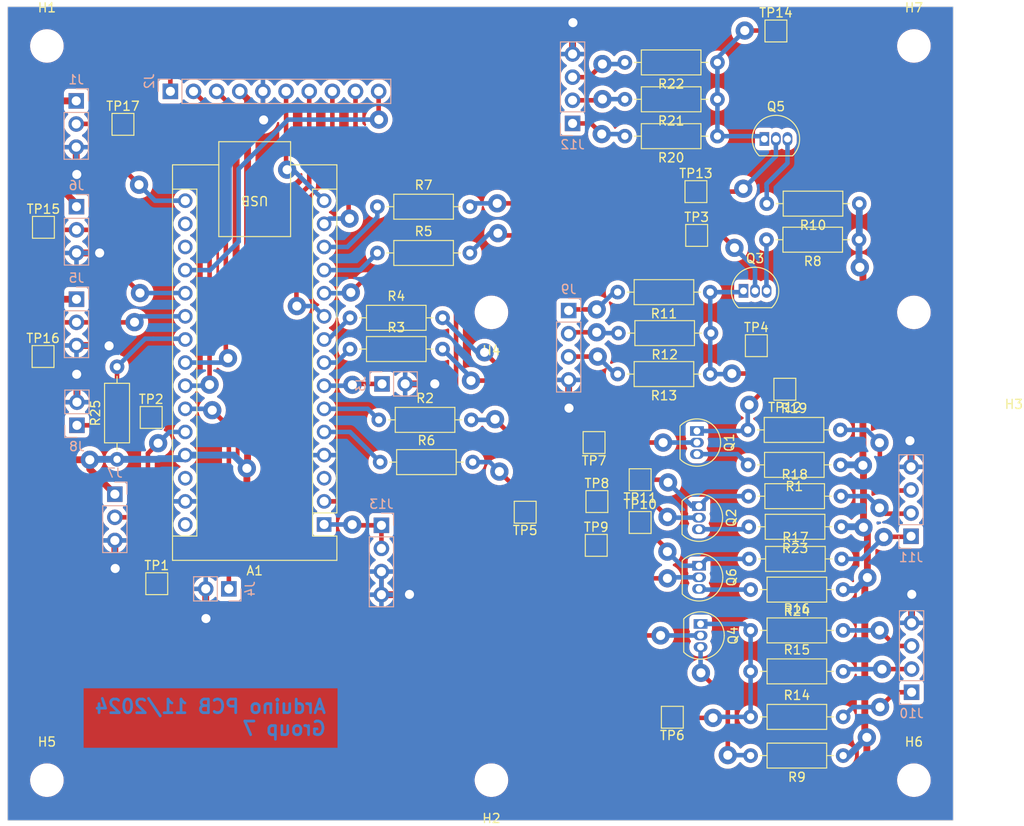
<source format=kicad_pcb>
(kicad_pcb (version 20240108) (generator "pcbnew") (generator_version "8.0")
  (layers (0 "F.Cu" signal) (31 "B.Cu" signal) (34 "B.Paste" user) (35 "F.Paste" user) (36 "B.SilkS" user "B.Silkscreen") (37 "F.SilkS" user "F.Silkscreen") (38 "B.Mask" user) (39 "F.Mask" user) (44 "Edge.Cuts" user))
  (net 0 "")
  (net 1 "Net-(A1-D4)")
  (net 2 "red led room 3")
  (net 3 "green led room 3")
  (net 4 "Net-(A1-A7)")
  (net 6 "Net-(A1-A2)")
  (net 7 "led room 2")
  (net 8 "led room 1")
  (net 10 "blue led room 3")
  (net 11 "+5V")
  (net 12 "control panel pot")
  (net 13 "lcd SCL")
  (net 14 "Net-(A1-A6)")
  (net 15 "Net-(A1-A3)")
  (net 16 "button sleep")
  (net 17 "Net-(A1-D13)")
  (net 18 "Net-(A1-D0)")
  (net 19 "button ok")
  (net 20 "Net-(A1-A1)")
  (net 21 "button up")
  (net 22 "GND")
  (net 24 "lcd SDA")
  (net 26 "button back")
  (net 27 "led door")
  (net 28 "button down")
  (net 29 "Net-(J9-Pin_1)")
  (net 30 "Net-(J9-Pin_3)")
  (net 31 "Net-(J9-Pin_2)")
  (net 32 "Net-(J10-Pin_2)")
  (net 33 "Net-(J10-Pin_1)")
  (net 34 "Net-(J10-Pin_3)")
  (net 35 "Net-(J11-Pin_1)")
  (net 36 "Net-(J11-Pin_2)")
  (net 37 "Net-(J11-Pin_3)")
  (net 38 "Net-(J12-Pin_1)")
  (net 39 "Net-(J12-Pin_3)")
  (net 40 "Net-(J12-Pin_2)")
  (net 41 "Net-(Q1-B)")
  (net 42 "Net-(Q1-C)")
  (net 43 "Net-(Q1-E)")
  (net 44 "Net-(Q2-B)")
  (net 45 "Net-(Q2-E)")
  (net 46 "Net-(Q2-C)")
  (net 47 "Net-(Q3-E)")
  (net 48 "Net-(Q3-C)")
  (net 49 "Net-(Q3-B)")
  (net 50 "Net-(Q4-C)")
  (net 51 "Net-(Q4-B)")
  (net 52 "Net-(Q4-E)")
  (net 53 "Net-(Q5-C)")
  (net 54 "Net-(Q5-B)")
  (net 55 "Net-(Q5-E)")
  (net 56 "Net-(Q6-C)")
  (net 57 "Net-(Q6-B)")
  (net 58 "Net-(Q6-E)")
  (footprint "TestPoint:TestPoint_Pad_2.0x2.0mm" (layer "F.Cu") (at 88.59 70.61 180)
    (property "Reference" "TP11")
    (property "Value" "TestPoint")
  )
  (footprint "TestPoint:TestPoint_Pad_2.0x2.0mm" (layer "F.Cu") (at 35.53 82.03)
    (property "Reference" "TP1")
    (property "Value" "TestPoint")
  )
  (footprint "Resistor_THT:R_Axial_DIN0207_L6.3mm_D2.5mm_P10.16mm_Horizontal" (layer "F.Cu") (at 100.71 91.66)
    (property "Reference" "R15")
    (property "Value" "450")
  )
  (footprint "MountingHole:MountingHole_3.2mm_M3" (layer "F.Cu") (at 23.473351 22.973351)
    (property "Reference" "H1")
    (property "Value" "MountingHole")
  )
  (footprint "Resistor_THT:R_Axial_DIN0207_L6.3mm_D2.5mm_P10.16mm_Horizontal" (layer "F.Cu") (at 100.4 65.14)
    (property "Reference" "R19")
    (property "Value" "220")
  )
  (footprint "Resistor_THT:R_Axial_DIN0207_L6.3mm_D2.5mm_P10.16mm_Horizontal" (layer "F.Cu") (at 112.61 44.25 180)
    (property "Reference" "R8")
    (property "Value" "80")
  )
  (footprint "Module:Arduino_Nano" (layer "F.Cu") (at 53.9 75.5275 180)
    (property "Reference" "A1")
    (property "Value" "Arduino_Nano_Every")
  )
  (footprint "Resistor_THT:R_Axial_DIN0207_L6.3mm_D2.5mm_P10.16mm_Horizontal" (layer "F.Cu") (at 59.74 45.7075)
    (property "Reference" "R5")
    (property "Value" "1k")
  )
  (footprint "TestPoint:TestPoint_Pad_2.0x2.0mm" (layer "F.Cu") (at 101.34 55.89)
    (property "Reference" "TP4")
    (property "Value" "TestPoint")
  )
  (footprint "Resistor_THT:R_Axial_DIN0207_L6.3mm_D2.5mm_P10.16mm_Horizontal" (layer "F.Cu") (at 112.64 40.29 180)
    (property "Reference" "R10")
    (property "Value" "80")
  )
  (footprint "Resistor_THT:R_Axial_DIN0207_L6.3mm_D2.5mm_P10.16mm_Horizontal" (layer "F.Cu") (at 100.71 96.66)
    (property "Reference" "R14")
    (property "Value" "650")
  )
  (footprint "Package_TO_SOT_THT:TO-92_Inline" (layer "F.Cu") (at 95.04 73.51 -90)
    (property "Reference" "Q2")
    (property "Value" "BC557")
  )
  (footprint "Resistor_THT:R_Axial_DIN0207_L6.3mm_D2.5mm_P10.16mm_Horizontal" (layer "F.Cu") (at 110.67 75.78 180)
    (property "Reference" "R23")
    (property "Value" "80")
  )
  (footprint "Resistor_THT:R_Axial_DIN0207_L6.3mm_D2.5mm_P10.16mm_Horizontal" (layer "F.Cu") (at 31.17 68.37 90)
    (property "Reference" "R25")
    (property "Value" "R")
  )
  (footprint "Package_TO_SOT_THT:TO-92_Inline" (layer "F.Cu") (at 102.22 33.19)
    (property "Reference" "Q5")
    (property "Value" "BC557")
  )
  (footprint "MountingHole:MountingHole_3.2mm_M3" (layer "F.Cu") (at 72.263351 52.233351 180)
    (property "Reference" "H4")
    (property "Value" "MountingHole")
  )
  (footprint "Package_TO_SOT_THT:TO-92_Inline" (layer "F.Cu") (at 99.93 49.87)
    (property "Reference" "Q3")
    (property "Value" "BC557")
  )
  (footprint "TestPoint:TestPoint_Pad_2.0x2.0mm" (layer "F.Cu") (at 34.92 63.77)
    (property "Reference" "TP2")
    (property "Value" "TestPoint")
  )
  (footprint "TestPoint:TestPoint_Pad_2.0x2.0mm" (layer "F.Cu") (at 94.79 43.78)
    (property "Reference" "TP3")
    (property "Value" "TestPoint")
  )
  (footprint "Resistor_THT:R_Axial_DIN0207_L6.3mm_D2.5mm_P10.16mm_Horizontal" (layer "F.Cu") (at 97.07 28.83 180)
    (property "Reference" "R21")
    (property "Value" "450")
  )
  (footprint "Resistor_THT:R_Axial_DIN0207_L6.3mm_D2.5mm_P10.16mm_Horizontal" (layer "F.Cu") (at 56.74 52.83)
    (property "Reference" "R4")
    (property "Value" "82k")
  )
  (footprint "TestPoint:TestPoint_Pad_2.0x2.0mm" (layer "F.Cu") (at 83.53 66.53 180)
    (property "Reference" "TP7")
    (property "Value" "TestPoint")
  )
  (footprint "TestPoint:TestPoint_Pad_2.0x2.0mm" (layer "F.Cu") (at 31.82 31.58)
    (property "Reference" "TP17")
    (property "Value" "TestPoint")
  )
  (footprint "Resistor_THT:R_Axial_DIN0207_L6.3mm_D2.5mm_P10.16mm_Horizontal" (layer "F.Cu") (at 96.28 50.01 180)
    (property "Reference" "R11")
    (property "Value" "650")
  )
  (footprint "TestPoint:TestPoint_Pad_2.0x2.0mm" (layer "F.Cu") (at 23.05 57.08)
    (property "Reference" "TP16")
    (property "Value" "TestPoint")
  )
  (footprint "Resistor_THT:R_Axial_DIN0207_L6.3mm_D2.5mm_P10.16mm_Horizontal" (layer "F.Cu") (at 97.07 24.78 180)
    (property "Reference" "R22")
    (property "Value" "450")
  )
  (footprint "TestPoint:TestPoint_Pad_2.0x2.0mm" (layer "F.Cu") (at 75.97 74.18 180)
    (property "Reference" "TP5")
    (property "Value" "TestPoint")
  )
  (footprint "Resistor_THT:R_Axial_DIN0207_L6.3mm_D2.5mm_P10.16mm_Horizontal" (layer "F.Cu") (at 59.74 40.6275)
    (property "Reference" "R7")
    (property "Value" "1k")
  )
  (footprint "Resistor_THT:R_Axial_DIN0207_L6.3mm_D2.5mm_P10.16mm_Horizontal" (layer "F.Cu") (at 110.59 68.98 180)
    (property "Reference" "R1")
    (property "Value" "80")
  )
  (footprint "Package_TO_SOT_THT:TO-92_Inline" (layer "F.Cu") (at 94.82 65.26 -90)
    (property "Reference" "Q1")
    (property "Value" "BC557")
  )
  (footprint "MountingHole:MountingHole_3.2mm_M3" (layer "F.Cu") (at 118.636649 103.606649)
    (property "Reference" "H6")
    (property "Value" "MountingHole")
  )
  (footprint "Resistor_THT:R_Axial_DIN0207_L6.3mm_D2.5mm_P10.16mm_Horizontal" (layer "F.Cu") (at 59.9 64.0375)
    (property "Reference" "R2")
    (property "Value" "82k")
  )
  (footprint "Resistor_THT:R_Axial_DIN0207_L6.3mm_D2.5mm_P10.16mm_Horizontal" (layer "F.Cu") (at 100.47 72.42)
    (property "Reference" "R18")
    (property "Value" "220")
  )
  (footprint "Resistor_THT:R_Axial_DIN0207_L6.3mm_D2.5mm_P10.16mm_Horizontal" (layer "F.Cu") (at 97.07 32.88 180)
    (property "Reference" "R20")
    (property "Value" "650")
  )
  (footprint "Resistor_THT:R_Axial_DIN0207_L6.3mm_D2.5mm_P10.16mm_Horizontal" (layer "F.Cu") (at 60.05 68.6775)
    (property "Reference" "R6")
    (property "Value" "1k")
  )
  (footprint "TestPoint:TestPoint_Pad_2.0x2.0mm" (layer "F.Cu") (at 88.59 75.31)
    (property "Reference" "TP10")
    (property "Value" "TestPoint")
  )
  (footprint "Package_TO_SOT_THT:TO-92_Inline" (layer "F.Cu") (at 95.22 86.45 -90)
    (property "Reference" "Q4")
    (property "Value" "BC557")
  )
  (footprint "Resistor_THT:R_Axial_DIN0207_L6.3mm_D2.5mm_P10.16mm_Horizontal" (layer "F.Cu") (at 96.28 59.01 180)
    (property "Reference" "R13")
    (property "Value" "450")
  )
  (footprint "MountingHole:MountingHole_3.2mm_M3" (layer "F.Cu") (at 118.636649 22.973351)
    (property "Reference" "H7")
    (property "Value" "MountingHole")
  )
  (footprint "Resistor_THT:R_Axial_DIN0207_L6.3mm_D2.5mm_P10.16mm_Horizontal" (layer "F.Cu") (at 56.74 56.26)
    (property "Reference" "R3")
    (property "Value" "82k")
  )
  (footprint "TestPoint:TestPoint_Pad_2.0x2.0mm" (layer "F.Cu") (at 92.12 96.7 180)
    (property "Reference" "TP6")
    (property "Value" "TestPoint")
  )
  (footprint "MountingHole:MountingHole_3.2mm_M3" (layer "F.Cu") (at 118.636649 52.233352 180)
    (property "Reference" "H3")
    (property "Value" "MountingHole")
  )
  (footprint "TestPoint:TestPoint_Pad_2.0x2.0mm" (layer "F.Cu") (at 83.84 73.01)
    (property "Reference" "TP8")
    (property "Value" "TestPoint")
  )
  (footprint "Package_TO_SOT_THT:TO-92_Inline" (layer "F.Cu") (at 95.06 80.06 -90)
    (property "Reference" "Q6")
    (property "Value" "BC557")
  )
  (footprint "MountingHole:MountingHole_3.2mm_M3" (layer "F.Cu") (at 72.263351 103.606649 180)
    (property "Reference" "H2")
    (property "Value" "MountingHole")
  )
  (footprint "MountingHole:MountingHole_3.2mm_M3" (layer "F.Cu") (at 23.473351 103.606649)
    (property "Reference" "H5")
    (property "Value" "MountingHole")
  )
  (footprint "TestPoint:TestPoint_Pad_2.0x2.0mm" (layer "F.Cu") (at 83.77 77.82)
    (property "Reference" "TP9")
    (property "Value" "TestPoint")
  )
  (footprint "TestPoint:TestPoint_Pad_2.0x2.0mm" (layer "F.Cu") (at 104.47 60.67 180)
    (property "Reference" "TP12")
    (property "Value" "TestPoint")
  )
  (footprint "Resistor_THT:R_Axial_DIN0207_L6.3mm_D2.5mm_P10.16mm_Horizontal" (layer "F.Cu") (at 110.87 100.91 180)
    (property "Reference" "R9")
    (property "Value" "80")
  )
  (footprint "TestPoint:TestPoint_Pad_2.0x2.0mm" (layer "F.Cu") (at 103.49 21.33)
    (property "Reference" "TP14")
    (property "Value" "TestPoint")
  )
  (footprint "TestPoint:TestPoint_Pad_2.0x2.0mm" (layer "F.Cu") (at 23.09 42.89)
    (property "Reference" "TP15")
    (property "Value" "TestPoint")
  )
  (footprint "TestPoint:TestPoint_Pad_2.0x2.0mm" (layer "F.Cu") (at 94.71 38.97)
    (property "Reference" "TP13")
    (property "Value" "TestPoint")
  )
  (footprint "Resistor_THT:R_Axial_DIN0207_L6.3mm_D2.5mm_P10.16mm_Horizontal" (layer "F.Cu") (at 100.55 79.31)
    (property "Reference" "R17")
    (property "Value" "330")
  )
  (footprint "Resistor_THT:R_Axial_DIN0207_L6.3mm_D2.5mm_P10.16mm_Horizontal" (layer "F.Cu") (at 96.36 54.51 180)
    (property "Reference" "R12")
    (property "Value" "450")
  )
  (footprint "Resistor_THT:R_Axial_DIN0207_L6.3mm_D2.5mm_P10.16mm_Horizontal" (layer "F.Cu") (at 110.87 82.68 180)
    (property "Reference" "R24")
    (property "Value" "80")
  )
  (footprint "Resistor_THT:R_Axial_DIN0207_L6.3mm_D2.5mm_P10.16mm_Horizontal" (layer "F.Cu") (at 100.71 87.16)
    (property "Reference" "R16")
    (property "Value" "450")
  )
  (footprint "Connector_PinHeader_2.54mm:PinHeader_1x04_P2.54mm_Vertical" (layer "B.Cu") (at 118.32 76.82)
    (property "Reference" "J11")
    (property "Value" "LED_Room_3")
  )
  (footprint "Connector_PinHeader_2.54mm:PinHeader_1x04_P2.54mm_Vertical" (layer "B.Cu") (at 60.19 75.6175 180)
    (property "Reference" "J13")
    (property "Value" "Buttons_Room_2")
  )
  (footprint "Connector_PinHeader_2.54mm:PinHeader_1x03_P2.54mm_Vertical" (layer "B.Cu") (at 30.93 72.2 180)
    (property "Reference" "J7")
    (property "Value" "Pot_Room_3.2")
  )
  (footprint "Connector_PinHeader_2.54mm:PinHeader_1x04_P2.54mm_Vertical" (layer "B.Cu") (at 118.38 93.95)
    (property "Reference" "J10")
    (property "Value" "LED_Room_2")
  )
  (footprint "Connector_PinHeader_2.54mm:PinHeader_1x04_P2.54mm_Vertical" (layer "B.Cu") (at 81.17 31.48)
    (property "Reference" "J12")
    (property "Value" "LED_DOOR")
  )
  (footprint "Connector_PinHeader_2.54mm:PinHeader_1x10_P2.54mm_Vertical" (layer "B.Cu") (at 37.025 27.96 -90)
    (property "Reference" "J2")
    (property "Value" "Control_Panel")
  )
  (footprint "Connector_PinHeader_2.54mm:PinHeader_1x02_P2.54mm_Vertical" (layer "B.Cu") (at 60.255 60.0875 -90)
    (property "Reference" "J3")
    (property "Value" "Buttons_Room_3")
  )
  (footprint "Connector_PinHeader_2.54mm:PinHeader_1x03_P2.54mm_Vertical" (layer "B.Cu") (at 26.72 50.7875 180)
    (property "Reference" "J5")
    (property "Value" "Pot_Room_3.1")
  )
  (footprint "Connector_PinHeader_2.54mm:PinHeader_1x02_P2.54mm_Vertical" (layer "B.Cu") (at 26.77 64.635)
    (property "Reference" "J8")
    (property "Value" "LDR_Door")
  )
  (footprint "Connector_PinHeader_2.54mm:PinHeader_1x02_P2.54mm_Vertical" (layer "B.Cu") (at 43.445 82.5975 90)
    (property "Reference" "J4")
    (property "Value" "Buttons_Room_1")
  )
  (footprint "Connector_PinHeader_2.54mm:PinHeader_1x03_P2.54mm_Vertical" (layer "B.Cu") (at 26.69 29.005 180)
    (property "Reference" "J1")
    (property "Value" "PIR_sensor")
  )
  (footprint "Connector_PinHeader_2.54mm:PinHeader_1x03_P2.54mm_Vertical" (layer "B.Cu") (at 26.72 40.6275 180)
    (property "Reference" "J6")
    (property "Value" "Pot_Room_1")
  )
  (footprint "Connector_PinHeader_2.54mm:PinHeader_1x04_P2.54mm_Vertical" (layer "B.Cu") (at 80.74 52.03 180)
    (property "Reference" "J9")
    (property "Value" "LED_Room_1")
  )
  (gr_rect (start 19.16 18.66) (end 122.95 108.03) (stroke (width 0.05)) (fill none) (layer "Edge.Cuts"))
  (gr_text "7" (at 82.7 64.34 0) (layer "F.Cu") (effects (font (size 1.5 1.5) (thickness 0.3) (bold yes)) (justify left bottom)))
  (gr_text "11" (at 86.99 69.06 0) (layer "F.Cu") (effects (font (size 1.5 1.5) (thickness 0.3) (bold yes)) (justify left bottom)))
  (gr_text "8" (at 82.94 71.07 0) (layer "F.Cu") (effects (font (size 1.5 1.5) (thickness 0.3) (bold yes)) (justify left bottom)))
  (gr_text "5V" (at 43.2 25.97 0) (layer "F.Cu") (effects (font (size 1.2 1.2) (thickness 0.3) (bold yes)) (justify left bottom)))
  (gr_text "10" (at 86.96 78.8 0) (layer "F.Cu") (effects (font (size 1.5 1.5) (thickness 0.3) (bold yes)) (justify left bottom)))
  (gr_text "3" (at 94.04 47.58 0) (layer "F.Cu") (effects (font (size 1.5 1.5) (thickness 0.3) (bold yes)) (justify left bottom)))
  (gr_text "14" (at 105.01 22.22 0) (layer "F.Cu") (effects (font (size 1.5 1.5) (thickness 0.3) (bold yes)) (justify left bottom)))
  (gr_text "15" (at 21.43 40.93 0) (layer "F.Cu") (effects (font (size 1.5 1.5) (thickness 0.3) (bold yes)) (justify left bottom)))
  (gr_text "5" (at 75.22 78.64 0) (layer "F.Cu") (effects (font (size 1.5 1.5) (thickness 0.3) (bold yes)) (justify left bottom)))
  (gr_text "4" (at 103.03 56.84 0) (layer "F.Cu") (effects (font (size 1.5 1.5) (thickness 0.3) (bold yes)) (justify left bottom)))
  (gr_text "17" (at 30.32 29.6 0) (layer "F.Cu") (effects (font (size 1.5 1.5) (thickness 0.3) (bold yes)) (justify left bottom)))
  (gr_text "Semester Project Smarthome" (at 28.35 104.87 0) (layer "F.Cu") (effects (font (size 1.5 1.5) (thickness 0.3) (bold yes)) (justify left bottom)))
  (gr_text "1" (at 32.06 83.26 0) (layer "F.Cu") (effects (font (size 1.5 1.5) (thickness 0.3) (bold yes)) (justify left bottom)))
  (gr_text "16" (at 21.34 60.77 0) (layer "F.Cu") (effects (font (size 1.5 1.5) (thickness 0.3) (bold yes)) (justify left bottom)))
  (gr_text "6" (at 91.16 100.78 0) (layer "F.Cu") (effects (font (size 1.5 1.5) (thickness 0.3) (bold yes)) (justify left bottom)))
  (gr_text "2" (at 34.11 61.74 0) (layer "F.Cu") (effects (font (size 1.5 1.5) (thickness 0.3) (bold yes)) (justify left bottom)))
  (gr_text "GND" (at 45.42 26.01 0) (layer "F.Cu") (effects (font (size 1.2 1.2) (thickness 0.3) (bold yes)) (justify left bottom)))
  (gr_text "9" (at 82.94 81.56 0) (layer "F.Cu") (effects (font (size 1.5 1.5) (thickness 0.3) (bold yes)) (justify left bottom)))
  (gr_text "12" (at 106.12 61.57 0) (layer "F.Cu") (effects (font (size 1.5 1.5) (thickness 0.3) (bold yes)) (justify left bottom)))
  (gr_text "13" (at 93.08 36.9 0) (layer "F.Cu") (effects (font (size 1.5 1.5) (thickness 0.3) (bold yes)) (justify left bottom)))
  (gr_text_box "Arduino PCB 11/2024\nGroup 7" (start 27.505 93.52) (end 55.375 100.05) (layer "B.Cu") (effects (font (size 1.5 1.5) (thickness 0.3) (bold yes)) (justify left top mirror)) (border no) (stroke (width 0.2)))
  (segment (start 57.1 60.0875) (end 57 60.1875) (width 0.5) (layer "F.Cu") (net 1))
  (segment (start 60.155 60.1875) (end 60.255 60.0875) (width 0.5) (layer "F.Cu") (net 1))
  (segment (start 60.255 60.0875) (end 57.1 60.0875) (width 0.5) (layer "F.Cu") (net 1))
  (via (at 57 60.1875) (size 2) (drill 1) (layers "F.Cu" "B.Cu") (net 1))
  (segment (start 56.9 60.2875) (end 57 60.1875) (width 0.5) (layer "B.Cu") (net 1))
  (segment (start 54.095 60.0925) (end 53.9 60.2875) (width 0.2) (layer "B.Cu") (net 1))
  (segment (start 53.9 60.2875) (end 56.9 60.2875) (width 0.5) (layer "B.Cu") (net 1))
  (segment (start 58.69 62.8275) (end 59.9 64.0375) (width 0.5) (layer "B.Cu") (net 2))
  (segment (start 53.9 62.8275) (end 58.69 62.8275) (width 0.5) (layer "B.Cu") (net 2))
  (segment (start 53.9 57.7475) (end 55.2525 57.7475) (width 0.5) (layer "B.Cu") (net 3))
  (segment (start 55.2525 57.7475) (end 56.74 56.26) (width 0.5) (layer "B.Cu") (net 3))
  (segment (start 32.62 74.74) (end 30.93 74.74) (width 0.5) (layer "F.Cu") (net 4))
  (segment (start 35.68 66.6) (end 34.56 67.72) (width 0.5) (layer "F.Cu") (net 4))
  (segment (start 34.56 67.72) (end 34.56 72.8) (width 0.5) (layer "F.Cu") (net 4))
  (segment (start 34.56 72.8) (end 33.655 73.705) (width 0.5) (layer "F.Cu") (net 4))
  (segment (start 33.655 73.705) (end 32.62 74.74) (width 0.5) (layer "F.Cu") (net 4))
  (segment (start 35.53 75.58) (end 33.655 73.705) (width 0.5) (layer "F.Cu") (net 4))
  (segment (start 35.53 82.03) (end 35.53 75.58) (width 0.5) (layer "F.Cu") (net 4))
  (via (at 35.68 66.6) (size 2) (drill 1) (layers "F.Cu" "B.Cu") (net 4))
  (segment (start 36.9125 65.3675) (end 35.68 66.6) (width 0.5) (layer "B.Cu") (net 4))
  (segment (start 38.66 65.3675) (end 36.9125 65.3675) (width 0.5) (layer "B.Cu") (net 4))
  (segment (start 23.05 57.08) (end 23.05 53.71) (width 0.5) (layer "F.Cu") (net 6))
  (segment (start 23.4325 53.3275) (end 26.72 53.3275) (width 0.5) (layer "F.Cu") (net 6))
  (segment (start 33.07 53.3275) (end 33.09 53.3075) (width 0.5) (layer "F.Cu") (net 6))
  (segment (start 23.05 53.71) (end 23.4325 53.3275) (width 0.5) (layer "F.Cu") (net 6))
  (segment (start 26.72 53.3275) (end 33.07 53.3275) (width 0.5) (layer "F.Cu") (net 6))
  (via (at 33.09 53.3075) (size 2) (drill 1) (layers "F.Cu" "B.Cu") (net 6))
  (segment (start 33.73 52.6675) (end 38.66 52.6675) (width 0.5) (layer "B.Cu") (net 6))
  (segment (start 33.09 53.3075) (end 33.73 52.6675) (width 0.5) (layer "B.Cu") (net 6))
  (segment (start 53.9 65.3675) (end 56.74 65.3675) (width 0.5) (layer "B.Cu") (net 7))
  (segment (start 56.74 65.3675) (end 60.05 68.6775) (width 0.5) (layer "B.Cu") (net 7))
  (segment (start 53.9 47.5875) (end 57.86 47.5875) (width 0.5) (layer "B.Cu") (net 8))
  (segment (start 57.86 47.5875) (end 59.74 45.7075) (width 0.5) (layer "B.Cu") (net 8))
  (segment (start 53.9 55.2075) (end 54.3625 55.2075) (width 0.5) (layer "B.Cu") (net 10))
  (segment (start 54.3625 55.2075) (end 56.74 52.83) (width 0.5) (layer "B.Cu") (net 10))
  (segment (start 113.47 98.91) (end 113.245 98.685) (width 0.75) (layer "F.Cu") (net 11))
  (segment (start 113.04 47.62) (end 112.7 47.28) (width 0.75) (layer "F.Cu") (net 11))
  (segment (start 23.33 36.94) (end 22.33 36.94) (width 0.75) (layer "F.Cu") (net 11))
  (segment (start 24.53 29.005) (end 26.69 29.005) (width 0.75) (layer "F.Cu") (net 11))
  (segment (start 44.645 27.96) (end 45.495 28.81) (width 0.75) (layer "F.Cu") (net 11))
  (segment (start 28.18 68.42) (end 28.18 69.45) (width 0.75) (layer "F.Cu") (net 11))
  (segment (start 28.18 69.45) (end 30.93 72.2) (width 0.75) (layer "F.Cu") (net 11))
  (segment (start 113.53 76.27) (end 113.1 75.84) (width 0.75) (layer "F.Cu") (net 11))
  (segment (start 113.245 81.645) (end 113.53 81.36) (width 0.75) (layer "F.Cu") (net 11))
  (segment (start 26.72 40.33) (end 23.5375 37.1475) (width 0.75) (layer "F.Cu") (net 11))
  (segment (start 20.48 38.79) (end 20.48 50.78) (width 0.75) (layer "F.Cu") (net 11))
  (segment (start 20.4875 50.7875) (end 20.48 50.78) (width 0.75) (layer "F.Cu") (net 11))
  (segment (start 23.5375 37.1475) (end 23.33 36.94) (width 0.75) (layer "F.Cu") (net 11))
  (segment (start 20.48 50.78) (end 20.48 52.35) (width 0.75) (layer "F.Cu") (net 11))
  (segment (start 56.5275 86.8675) (end 62.0475 86.8675) (width 0.75) (layer "F.Cu") (net 11))
  (segment (start 26.72 50.7875) (end 20.4875 50.7875) (width 0.75) (layer "F.Cu") (net 11))
  (segment (start 22.52 65.82) (end 22.52 63.98) (width 0.75) (layer "F.Cu") (net 11))
  (segment (start 20.48 52.35) (end 20.48 61.94) (width 0.75) (layer "F.Cu") (net 11))
  (segment (start 45.42 69.3575) (end 45.42 75.76) (width 0.75) (layer "F.Cu") (net 11))
  (segment (start 22.52 63.98) (end 21.9225 63.3825) (width 0.75) (layer "F.Cu") (net 11))
  (segment (start 23.33 36.94) (end 23.33 30.205) (width 0.75) (layer "F.Cu") (net 11))
  (segment (start 113.04 69.03) (end 113.04 47.62) (width 0.75) (layer "F.Cu") (net 11))
  (segment (start 62.0475 86.8675) (end 80.07 104.89) (width 0.75) (layer "F.Cu") (net 11))
  (segment (start 26.72 40.6275) (end 26.72 40.33) (width 0.75) (layer "F.Cu") (net 11))
  (segment (start 113.1 69.09) (end 113.04 69.03) (width 0.75) (layer "F.Cu") (net 11))
  (segment (start 113.245 98.685) (end 113.245 81.645) (width 0.75) (layer "F.Cu") (net 11))
  (segment (start 20.48 61.94) (end 21.9225 63.3825) (width 0.75) (layer "F.Cu") (net 11))
  (segment (start 113.47 103.61) (end 113.47 98.91) (width 0.75) (layer "F.Cu") (net 11))
  (segment (start 80.07 104.89) (end 112.19 104.89) (width 0.75) (layer "F.Cu") (net 11))
  (segment (start 45.495 28.81) (end 45.495 69.2825) (width 0.75) (layer "F.Cu") (net 11))
  (segment (start 22.33 36.94) (end 20.48 38.79) (width 0.75) (layer "F.Cu") (net 11))
  (segment (start 113.53 81.36) (end 113.53 76.27) (width 0.75) (layer "F.Cu") (net 11))
  (segment (start 28.18 68.42) (end 25.12 68.42) (width 0.75) (layer "F.Cu") (net 11))
  (segment (start 113.1 75.84) (end 113.1 69.09) (width 0.75) (layer "F.Cu") (net 11))
  (segment (start 45.495 69.2825) (end 45.42 69.3575) (width 0.75) (layer "F.Cu") (net 11))
  (segment (start 25.12 68.42) (end 22.52 65.82) (width 0.75) (layer "F.Cu") (net 11))
  (segment (start 23.33 30.205) (end 24.53 29.005) (width 0.75) (layer "F.Cu") (net 11))
  (segment (start 45.42 75.76) (end 56.5275 86.8675) (width 0.75) (layer "F.Cu") (net 11))
  (segment (start 112.19 104.89) (end 113.47 103.61) (width 0.75) (layer "F.Cu") (net 11))
  (via (at 45.42 69.3575) (size 2) (drill 1) (layers "F.Cu" "B.Cu") (net 11))
  (via (at 113.04 69.03) (size 2) (drill 1) (layers "F.Cu" "B.Cu") (net 11))
  (via (at 113.53 81.36) (size 2) (drill 1) (layers "F.Cu" "B.Cu") (net 11))
  (via (at 28.18 68.42) (size 2) (drill 1) (layers "F.Cu" "B.Cu") (net 11))
  (via (at 112.7 47.28) (size 2) (drill 1) (layers "F.Cu" "B.Cu") (net 11))
  (via (at 113.1 75.84) (size 2) (drill 1) (layers "F.Cu" "B.Cu") (net 11))
  (via (at 113.47 98.91) (size 2) (drill 1) (layers "F.Cu" "B.Cu") (net 11))
  (segment (start 112.99 68.98) (end 113.04 69.03) (width 0.75) (layer "B.Cu") (net 11))
  (segment (start 112.61 47.19) (end 112.7 47.28) (width 0.75) (layer "B.Cu") (net 11))
  (segment (start 38.27 68.2975) (end 38.66 67.9075) (width 0.75) (layer "B.Cu") (net 11))
  (segment (start 31.17 68.37) (end 28.23 68.37) (width 0.75) (layer "B.Cu") (net 11))
  (segment (start 111.47 100.91) (end 113.47 98.91) (width 0.75) (layer "B.Cu") (net 11))
  (segment (start 112.64 44.22) (end 112.61 44.25) (width 0.75) (layer "B.Cu") (net 11))
  (segment (start 28.23 68.37) (end 28.18 68.42) (width 0.75) (layer "B.Cu") (net 11))
  (segment (start 110.59 68.98) (end 112.99 68.98) (width 0.75) (layer "B.Cu") (net 11))
  (segment (start 110.87 100.91) (end 111.47 100.91) (width 0.75) (layer "B.Cu") (net 11))
  (segment (start 110.87 82.68) (end 112.21 82.68) (width 0.75) (layer "B.Cu") (net 11))
  (segment (start 113.04 75.78) (end 113.1 75.84) (width 0.75) (layer "B.Cu") (net 11))
  (segment (start 35.7075 68.37) (end 35.78 68.2975) (width 0.75) (layer "B.Cu") (net 11))
  (segment (start 43.97 67.9075) (end 45.42 69.3575) (width 0.75) (layer "B.Cu") (net 11))
  (segment (start 112.64 40.29) (end 112.64 44.22) (width 0.75) (layer "B.Cu") (net 11))
  (segment (start 110.67 75.78) (end 113.04 75.78) (width 0.75) (layer "B.Cu") (net 11))
  (segment (start 38.66 67.9075) (end 43.97 67.9075) (width 0.75) (layer "B.Cu") (net 11))
  (segment (start 112.61 44.25) (end 112.61 47.19) (width 0.75) (layer "B.Cu") (net 11))
  (segment (start 112.21 82.68) (end 113.53 81.36) (width 0.75) (layer "B.Cu") (net 11))
  (segment (start 35.78 68.2975) (end 38.27 68.2975) (width 0.75) (layer "B.Cu") (net 11))
  (segment (start 31.17 68.37) (end 35.7075 68.37) (width 0.75) (layer "B.Cu") (net 11))
  (segment (start 59.885 27.96) (end 59.885 31.035) (width 0.5) (layer "F.Cu") (net 12))
  (segment (start 59.885 31.035) (end 59.91 31.06) (width 0.5) (layer "F.Cu") (net 12))
  (via (at 59.91 31.06) (size 2) (drill 1) (layers "F.Cu" "B.Cu") (net 12))
  (segment (start 44.52 36.48) (end 44.52 44.46) (width 0.5) (layer "B.Cu") (net 12))
  (segment (start 41.3075 47.5875) (end 38.66 47.5875) (width 0.5) (layer "B.Cu") (net 12))
  (segment (start 59.91 31.06) (end 49.94 31.06) (width 0.5) (layer "B.Cu") (net 12))
  (segment (start 44.52 44.46) (end 41.35 47.63) (width 0.5) (layer "B.Cu") (net 12))
  (segment (start 49.94 31.06) (end 44.52 36.48) (width 0.5) (layer "B.Cu") (net 12))
  (segment (start 41.35 47.63) (end 41.3075 47.5875) (width 0.5) (layer "B.Cu") (net 12))
  (segment (start 41.33 29.725) (end 41.33 60.1675) (width 0.5) (layer "F.Cu") (net 13))
  (segment (start 39.565 27.96) (end 41.33 29.725) (width 0.5) (layer "F.Cu") (net 13))
  (via (at 41.33 60.1675) (size 2) (drill 1) (layers "F.Cu" "B.Cu") (net 13))
  (segment (start 38.66 60.2875) (end 41.21 60.2875) (width 0.5) (layer "B.Cu") (net 13))
  (segment (start 41.21 60.2875) (end 41.33 60.1675) (width 0.5) (layer "B.Cu") (net 13))
  (segment (start 41.62 62.9775) (end 43.445 64.8025) (width 0.5) (layer "F.Cu") (net 14))
  (segment (start 43.445 64.8025) (end 43.445 82.5975) (width 0.5) (layer "F.Cu") (net 14))
  (via (at 41.62 62.9775) (size 2) (drill 1) (layers "F.Cu" "B.Cu") (net 14))
  (segment (start 41.47 62.8275) (end 41.62 62.9775) (width 0.5) (layer "B.Cu") (net 14))
  (segment (start 38.66 62.8275) (end 41.47 62.8275) (width 0.5) (layer "B.Cu") (net 14))
  (segment (start 31.17 64.28) (end 31.2 64.31) (width 0.5) (layer "F.Cu") (net 15))
  (segment (start 31.2 64.31) (end 31.2 64.465) (width 0.5) (layer "F.Cu") (net 15))
  (segment (start 26.77 64.635) (end 31.03 64.635) (width 0.5) (layer "F.Cu") (net 15))
  (segment (start 31.03 64.635) (end 34.055 64.635) (width 0.5) (layer "F.Cu") (net 15))
  (segment (start 34.055 64.635) (end 34.92 63.77) (width 0.5) (layer "F.Cu") (net 15))
  (segment (start 31.2 64.465) (end 31.03 64.635) (width 0.5) (layer "F.Cu") (net 15))
  (segment (start 31.17 58.21) (end 31.17 64.28) (width 0.5) (layer "F.Cu") (net 15))
  (segment (start 38.58 55.1275) (end 38.66 55.2075) (width 0.5) (layer "B.Cu") (net 15))
  (segment (start 34.2525 55.1275) (end 35.15 55.1275) (width 0.5) (layer "B.Cu") (net 15))
  (segment (start 35.15 55.1275) (end 38.58 55.1275) (width 0.5) (layer "B.Cu") (net 15))
  (segment (start 31.17 58.21) (end 34.2525 55.1275) (width 0.5) (layer "B.Cu") (net 15))
  (segment (start 62.36 72.9875) (end 53.9 72.9875) (width 0.5) (layer "F.Cu") (net 16))
  (segment (start 68.38 66.9675) (end 62.36 72.9875) (width 0.5) (layer "F.Cu") (net 16))
  (segment (start 40.3925 21.7075) (end 61.735 21.7075) (width 0.5) (layer "F.Cu") (net 16))
  (segment (start 37.025 25.075) (end 40.3925 21.7075) (width 0.5) (layer "F.Cu") (net 16))
  (segment (start 37.025 27.96) (end 37.025 25.075) (width 0.5) (layer "F.Cu") (net 16))
  (segment (start 61.735 21.7075) (end 68.38 28.3525) (width 0.5) (layer "F.Cu") (net 16))
  (segment (start 68.38 28.3525) (end 68.38 66.9675) (width 0.5) (layer "F.Cu") (net 16))
  (segment (start 32.19 30.8575) (end 32.19 31.53) (width 0.5) (layer "F.Cu") (net 17))
  (segment (start 32.19 31.53) (end 26.705 31.53) (width 0.5) (layer "F.Cu") (net 17))
  (segment (start 31.82 36.4075) (end 31.82 31.58) (width 0.5) (layer "F.Cu") (net 17))
  (segment (start 26.705 31.53) (end 26.69 31.545) (width 0.5) (layer "F.Cu") (net 17))
  (segment (start 33.585 38.2125) (end 31.8 36.4275) (width 0.5) (layer "F.Cu") (net 17))
  (segment (start 31.8 36.4275) (end 31.82 36.4075) (width 0.5) (layer "F.Cu") (net 17))
  (via (at 33.585 38.2125) (size 2) (drill 1) (layers "F.Cu" "B.Cu") (net 17))
  (segment (start 33.585 38.2125) (end 35.34 39.9675) (width 0.5) (layer "B.Cu") (net 17))
  (segment (start 35.34 39.9675) (end 38.66 39.9675) (width 0.5) (layer "B.Cu") (net 17))
  (segment (start 60.19 75.6175) (end 57.07 75.6175) (width 0.5) (layer "F.Cu") (net 18))
  (segment (start 57.07 75.6175) (end 56.99 75.5375) (width 0.5) (layer "F.Cu") (net 18))
  (segment (start 54 75.5275) (end 53.9 75.5275) (width 0.2) (layer "F.Cu") (net 18))
  (segment (start 60.19 75.6175) (end 60.19 78.1575) (width 0.5) (layer "F.Cu") (net 18))
  (via (at 56.99 75.5375) (size 2) (drill 1) (layers "F.Cu" "B.Cu") (net 18))
  (segment (start 56.98 75.5275) (end 56.99 75.5375) (width 0.5) (layer "B.Cu") (net 18))
  (segment (start 53.91 75.5375) (end 53.9 75.5275) (width 0.5) (layer "B.Cu") (net 18))
  (segment (start 53.9 75.5275) (end 56.98 75.5275) (width 0.5) (layer "B.Cu") (net 18))
  (segment (start 56.59 41.83) (end 56.59 34.91) (width 0.5) (layer "F.Cu") (net 19))
  (segment (start 56.69 41.93) (end 56.59 41.83) (width 0.5) (layer "F.Cu") (net 19))
  (segment (start 54.805 33.125) (end 54.805 27.96) (width 0.5) (layer "F.Cu") (net 19))
  (segment (start 56.59 34.91) (end 54.805 33.125) (width 0.5) (layer "F.Cu") (net 19))
  (via (at 56.69 41.93) (size 2) (drill 1) (layers "F.Cu" "B.Cu") (net 19))
  (segment (start 56.69 41.93) (end 54.4775 41.93) (width 0.5) (layer "B.Cu") (net 19))
  (segment (start 54.4775 41.93) (end 53.9 42.5075) (width 0.5) (layer "B.Cu") (net 19))
  (segment (start 23.3675 43.1675) (end 26.72 43.1675) (width 0.5) (layer "F.Cu") (net 20))
  (segment (start 31.52 47.9375) (end 33.69 50.1075) (width 0.5) (layer "F.Cu") (net 20))
  (segment (start 26.72 43.1675) (end 30.24 43.1675) (width 0.5) (layer "F.Cu") (net 20))
  (segment (start 30.42 43.1675) (end 31.52 44.2675) (width 0.5) (layer "F.Cu") (net 20))
  (segment (start 31.52 44.2675) (end 31.52 47.9375) (width 0.5) (layer "F.Cu") (net 20))
  (segment (start 23.09 42.89) (end 23.3675 43.1675) (width 0.5) (layer "F.Cu") (net 20))
  (segment (start 30.24 43.1675) (end 30.42 43.1675) (width 0.5) (layer "F.Cu") (net 20))
  (via (at 33.69 50.1075) (size 2) (drill 1) (layers "F.Cu" "B.Cu") (net 20))
  (segment (start 33.69 50.1075) (end 38.64 50.1075) (width 0.5) (layer "B.Cu") (net 20))
  (segment (start 38.64 50.1075) (end 38.66 50.1275) (width 0.5) (layer "B.Cu") (net 20))
  (segment (start 52.265 38.275) (end 50.86 39.68) (width 0.5) (layer "F.Cu") (net 21))
  (segment (start 50.86 51.49) (end 50.91 51.54) (width 0.5) (layer "F.Cu") (net 21))
  (segment (start 50.86 39.68) (end 50.86 51.49) (width 0.5) (layer "F.Cu") (net 21))
  (segment (start 52.265 27.96) (end 52.265 38.275) (width 0.5) (layer "F.Cu") (net 21))
  (via (at 50.91 51.54) (size 2) (drill 1) (layers "F.Cu" "B.Cu") (net 21))
  (segment (start 50.91 51.54) (end 52.7725 51.54) (width 0.5) (layer "B.Cu") (net 21))
  (segment (start 52.7725 51.54) (end 53.9 52.6675) (width 0.5) (layer "B.Cu") (net 21))
  (segment (start 118.32 69.2) (end 118.32 66.45) (width 0.75) (layer "F.Cu") (net 22))
  (segment (start 118.38 86.33) (end 118.38 83.22) (width 0.75) (layer "F.Cu") (net 22))
  (segment (start 26.77 62.095) (end 26.77 59.06) (width 0.75) (layer "F.Cu") (net 22))
  (segment (start 81.17 20.45) (end 81.21 20.41) (width 0.75) (layer "F.Cu") (net 22))
  (segment (start 60.19 80.6975) (end 60.19 83.2375) (width 0.5) (layer "F.Cu") (net 22))
  (segment (start 118.32 66.45) (end 118.2 66.33) (width 0.75) (layer "F.Cu") (net 22))
  (segment (start 40.905 85.8325) (end 40.93 85.8575) (width 0.75) (layer "F.Cu") (net 22))
  (segment (start 30.93 77.28) (end 30.93 80.32) (width 0.75) (layer "F.Cu") (net 22))
  (segment (start 63.24 83.2375) (end 63.27 83.2075) (width 0.75) (layer "F.Cu") (net 22))
  (segment (start 80.74 62.71) (end 80.78 62.75) (width 0.75) (layer "F.Cu") (net 22))
  (segment (start 30.26 55.8675) (end 30.3 55.9075) (width 0.75) (layer "F.Cu") (net 22))
  (segment (start 26.69 37.025) (end 26.75 37.085) (width 0.75) (layer "F.Cu") (net 22))
  (segment (start 80.74 59.65) (end 80.74 62.71) (width 0.75) (layer "F.Cu") (net 22))
  (segment (start 62.8 60.0825) (end 62.795 60.0875) (width 0.2) (layer "F.Cu") (net 22))
  (segment (start 118.38 83.22) (end 118.4 83.2) (width 0.75) (layer "F.Cu") (net 22))
  (segment (start 26.77 59.06) (end 26.74 59.03) (width 0.75) (layer "F.Cu") (net 22))
  (segment (start 26.72 45.7075) (end 29.26 45.7075) (width 0.75) (layer "F.Cu") (net 22))
  (segment (start 26.72 55.8675) (end 30.26 55.8675) (width 0.75) (layer "F.Cu") (net 22))
  (segment (start 26.69 34.085) (end 26.69 37.025) (width 0.75) (layer "F.Cu") (net 22))
  (segment (start 47.185 27.96) (end 47.185 31.025) (width 0.5) (layer "F.Cu") (net 22))
  (segment (start 62.795 60.0875) (end 66.04 60.0875) (width 0.75) (layer "F.Cu") (net 22))
  (segment (start 40.905 82.5975) (end 40.905 85.8325) (width 0.75) (layer "F.Cu") (net 22))
  (segment (start 66.04 60.0875) (end 66.045 60.0825) (width 0.75) (layer "F.Cu") (net 22))
  (segment (start 47.185 31.025) (end 47.26 31.1) (width 0.5) (layer "F.Cu") (net 22))
  (segment (start 60.19 83.2375) (end 63.24 83.2375) (width 0.75) (layer "F.Cu") (net 22))
  (segment (start 30.93 80.32) (end 30.97 80.36) (width 0.75) (layer "F.Cu") (net 22))
  (segment (start 81.17 23.86) (end 81.17 20.45) (width 0.75) (layer "F.Cu") (net 22))
  (via (at 30.97 80.36) (size 2) (drill 1) (layers "F.Cu" "B.Cu") (net 22))
  (via (at 40.93 85.8575) (size 2) (drill 1) (layers "F.Cu" "B.Cu") (net 22))
  (via (at 47.26 31.1) (size 2) (drill 1) (layers "F.Cu" "B.Cu") (net 22))
  (via (at 66.045 60.0825) (size 2) (drill 1) (layers "F.Cu" "B.Cu") (net 22))
  (via (at 30.3 55.9075) (size 2) (drill 1) (layers "F.Cu" "B.Cu") (net 22))
  (via (at 26.75 37.085) (size 2) (drill 1) (layers "F.Cu" "B.Cu") (net 22))
  (via (at 29.26 45.7075) (size 2) (drill 1) (layers "F.Cu" "B.Cu") (net 22))
  (via (at 26.74 59.03) (size 2) (drill 1) (layers "F.Cu" "B.Cu") (net 22))
  (via (at 63.27 83.2075) (size 2) (drill 1) (layers "F.Cu" "B.Cu") (net 22))
  (via (at 81.21 20.41) (size 2) (drill 1) (layers "F.Cu" "B.Cu") (net 22))
  (via (at 118.2 66.33) (size 2) (drill 1) (layers "F.Cu" "B.Cu") (net 22))
  (via (at 118.4 83.2) (size 2) (drill 1) (layers "F.Cu" "B.Cu") (net 22))
  (via (at 80.78 62.75) (size 2) (drill 1) (layers "F.Cu" "B.Cu") (net 22))
  (segment (start 43.11 57.0275) (end 43.35 57.2675) (width 0.5) (layer "F.Cu") (net 24))
  (segment (start 42.105 27.96) (end 43.11 28.965) (width 0.5) (layer "F.Cu") (net 24))
  (segment (start 43.11 28.965) (end 43.11 57.0275) (width 0.5) (layer "F.Cu") (net 24))
  (via (at 43.35 57.2675) (size 2) (drill 1) (layers "F.Cu" "B.Cu") (net 24))
  (segment (start 38.66 57.7475) (end 42.87 57.7475) (width 0.5) (layer "B.Cu") (net 24))
  (segment (start 42.87 57.7475) (end 43.35 57.2675) (width 0.5) (layer "B.Cu") (net 24))
  (segment (start 49.725 36.445) (end 49.84 36.56) (width 0.5) (layer "F.Cu") (net 26))
  (segment (start 49.725 27.96) (end 49.725 36.445) (width 0.5) (layer "F.Cu") (net 26))
  (via (at 49.84 36.56) (size 2) (drill 1) (layers "F.Cu" "B.Cu") (net 26))
  (segment (start 53.91 39.9575) (end 53.9 39.9675) (width 0.5) (layer "B.Cu") (net 26))
  (segment (start 49.84 36.56) (end 50.4925 36.56) (width 0.5) (layer "B.Cu") (net 26))
  (segment (start 50.4925 36.56) (end 53.9 39.9675) (width 0.5) (layer "B.Cu") (net 26))
  (segment (start 56.45137 45.0475) (end 59.74 41.75887) (width 0.5) (layer "B.Cu") (net 27))
  (segment (start 59.74 41.75887) (end 59.74 40.6275) (width 0.5) (layer "B.Cu") (net 27))
  (segment (start 53.9 45.0475) (end 56.45137 45.0475) (width 0.5) (layer "B.Cu") (net 27))
  (segment (start 58.2975 48.58) (end 56.83 50.0475) (width 0.5) (layer "F.Cu") (net 28))
  (segment (start 57.345 31.835) (end 63.04 37.53) (width 0.5) (layer "F.Cu") (net 28))
  (segment (start 62.42 48.58) (end 58.2975 48.58) (width 0.5) (layer "F.Cu") (net 28))
  (segment (start 63.04 37.53) (end 63.04 47.96) (width 0.5) (layer "F.Cu") (net 28))
  (segment (start 57.345 27.96) (end 57.345 31.835) (width 0.5) (layer "F.Cu") (net 28))
  (segment (start 63.04 47.96) (end 62.42 48.58) (width 0.5) (layer "F.Cu") (net 28))
  (via (at 56.83 50.0475) (size 2) (drill 1) (layers "F.Cu" "B.Cu") (net 28))
  (segment (start 53.9 50.1275) (end 56.75 50.1275) (width 0.5) (layer "B.Cu") (net 28))
  (segment (start 56.75 50.1275) (end 56.83 50.0475) (width 0.5) (layer "B.Cu") (net 28))
  (segment (start 80.74 52.03) (end 81.65 52.03) (width 0.2) (layer "F.Cu") (net 29))
  (segment (start 83.82 51.91) (end 80.86 51.91) (width 0.5) (layer "F.Cu") (net 29))
  (via (at 83.82 51.91) (size 2) (drill 1) (layers "F.Cu" "B.Cu") (net 29))
  (segment (start 86.12 50.01) (end 85.72 50.01) (width 0.5) (layer "B.Cu") (net 29))
  (segment (start 85.72 50.01) (end 83.82 51.91) (width 0.5) (layer "B.Cu") (net 29))
  (segment (start 83.93 57.09) (end 80.76 57.09) (width 0.5) (layer "F.Cu") (net 30))
  (via (at 83.93 57.09) (size 2) (drill 1) (layers "F.Cu" "B.Cu") (net 30))
  (segment (start 86.12 59.01) (end 85.85 59.01) (width 0.5) (layer "B.Cu") (net 30))
  (segment (start 85.85 59.01) (end 83.93 57.09) (width 0.5) (layer "B.Cu") (net 30))
  (segment (start 83.82 54.42) (end 80.89 54.42) (width 0.5) (layer "F.Cu") (net 31))
  (via (at 83.82 54.42) (size 2) (drill 1) (layers "F.Cu" "B.Cu") (net 31))
  (segment (start 86.2 54.51) (end 83.91 54.51) (width 0.5) (layer "B.Cu") (net 31))
  (segment (start 83.91 54.51) (end 83.82 54.42) (width 0.5) (layer "B.Cu") (net 31))
  (segment (start 115.15 91.41) (end 115.14 91.42) (width 0.5) (layer "F.Cu") (net 32))
  (segment (start 118.38 91.41) (end 115.15 91.41) (width 0.5) (layer "F.Cu") (net 32))
  (via (at 115.14 91.42) (size 2) (drill 1) (layers "F.Cu" "B.Cu") (net 32))
  (segment (start 118.14 91.65) (end 118.38 91.41) (width 0.2) (layer "B.Cu") (net 32))
  (segment (start 115.14 91.42) (end 111.11 91.42) (width 0.5) (layer "B.Cu") (net 32))
  (segment (start 111.11 91.42) (end 110.87 91.66) (width 0.5) (layer "B.Cu") (net 32))
  (segment (start 118.38 93.95) (end 116.55 93.95) (width 0.5) (layer "F.Cu") (net 33))
  (segment (start 116.55 93.95) (end 114.92 95.58) (width 0.5) (layer "F.Cu") (net 33))
  (via (at 114.92 95.58) (size 2) (drill 1) (layers "F.Cu" "B.Cu") (net 33))
  (segment (start 114.92 95.58) (end 111.95 95.58) (width 0.5) (layer "B.Cu") (net 33))
  (segment (start 111.95 95.58) (end 110.87 96.66) (width 0.5) (layer "B.Cu") (net 33))
  (segment (start 118.38 88.87) (end 116.59 88.87) (width 0.5) (layer "F.Cu") (net 34))
  (segment (start 116.59 88.87) (end 114.87 87.15) (width 0.5) (layer "F.Cu") (net 34))
  (via (at 114.87 87.15) (size 2) (drill 1) (layers "F.Cu" "B.Cu") (net 34))
  (segment (start 114.87 87.15) (end 114.86 87.16) (width 0.5) (layer "B.Cu") (net 34))
  (segment (start 114.86 87.16) (end 110.87 87.16) (width 0.5) (layer "B.Cu") (net 34))
  (segment (start 118.26 76.88) (end 118.32 76.82) (width 0.5) (layer "F.Cu") (net 35))
  (segment (start 115.33 76.91) (end 115.36 76.88) (width 0.5) (layer "F.Cu") (net 35))
  (segment (start 115.36 76.88) (end 118.26 76.88) (width 0.5) (layer "F.Cu") (net 35))
  (via (at 115.33 76.91) (size 2) (drill 1) (layers "F.Cu" "B.Cu") (net 35))
  (segment (start 110.71 79.31) (end 112.93 79.31) (width 0.5) (layer "B.Cu") (net 35))
  (segment (start 112.93 79.31) (end 115.33 76.91) (width 0.5) (layer "B.Cu") (net 35))
  (segment (start 114.86 73.71) (end 115.49 74.34) (width 0.5) (layer "F.Cu") (net 36))
  (segment (start 118.26 74.34) (end 118.32 74.28) (width 0.5) (layer "F.Cu") (net 36))
  (segment (start 115.49 74.34) (end 118.26 74.34) (width 0.5) (layer "F.Cu") (net 36))
  (via (at 114.86 73.71) (size 2) (drill 1) (layers "F.Cu" "B.Cu") (net 36))
  (segment (start 110.63 72.42) (end 113.57 72.42) (width 0.5) (layer "B.Cu") (net 36))
  (segment (start 113.57 72.42) (end 114.86 73.71) (width 0.5) (layer "B.Cu") (net 36))
  (segment (start 114.9 66.59) (end 114.9 70.32) (width 0.5) (layer "F.Cu") (net 37))
  (segment (start 114.86 66.55) (end 114.9 66.59) (width 0.5) (layer "F.Cu") (net 37))
  (segment (start 114.9 70.32) (end 116.38 71.8) (width 0.5) (layer "F.Cu") (net 37))
  (segment (start 116.38 71.8) (end 118.26 71.8) (width 0.5) (layer "F.Cu") (net 37))
  (segment (start 118.26 71.8) (end 118.32 71.74) (width 0.5) (layer "F.Cu") (net 37))
  (via (at 114.86 66.55) (size 2) (drill 1) (layers "F.Cu" "B.Cu") (net 37))
  (segment (start 110.56 65.14) (end 113.45 65.14) (width 0.5) (layer "B.Cu") (net 37))
  (segment (start 113.45 65.14) (end 114.86 66.55) (width 0.5) (layer "B.Cu") (net 37))
  (segment (start 83.2 31.48) (end 84.37 32.65) (width 0.5) (layer "F.Cu") (net 38))
  (segment (start 81.17 31.48) (end 83.2 31.48) (width 0.5) (layer "F.Cu") (net 38))
  (via (at 84.37 32.65) (size 2) (drill 1) (layers "F.Cu" "B.Cu") (net 38))
  (segment (start 86.68 32.65) (end 86.91 32.88) (width 0.5) (layer "B.Cu") (net 38))
  (segment (start 84.37 32.65) (end 86.68 32.65) (width 0.5) (layer "B.Cu") (net 38))
  (segment (start 81.17 26.4) (end 83.01 26.4) (width 0.5) (layer "F.Cu") (net 39))
  (segment (start 83.01 26.4) (end 84.45 24.96) (width 0.5) (layer "F.Cu") (net 39))
  (via (at 84.45 24.96) (size 2) (drill 1) (layers "F.Cu" "B.Cu") (net 39))
  (segment (start 84.45 24.96) (end 86.73 24.96) (width 0.5) (layer "B.Cu") (net 39))
  (segment (start 86.73 24.96) (end 86.91 24.78) (width 0.5) (layer "B.Cu") (net 39))
  (segment (start 84.32 28.94) (end 84.45 28.81) (width 0.5) (layer "F.Cu") (net 40))
  (segment (start 81.17 28.94) (end 84.32 28.94) (width 0.5) (layer "F.Cu") (net 40))
  (via (at 84.45 28.81) (size 2) (drill 1) (layers "F.Cu" "B.Cu") (net 40))
  (segment (start 86.89 28.81) (end 86.91 28.83) (width 0.5) (layer "B.Cu") (net 40))
  (segment (start 84.45 28.81) (end 86.89 28.81) (width 0.5) (layer "B.Cu") (net 40))
  (segment (start 86.67 28.59) (end 86.91 28.83) (width 0.2) (layer "B.Cu") (net 40))
  (segment (start 81.42 66.53) (end 83.53 66.53) (width 0.5) (layer "F.Cu") (net 41))
  (segment (start 71.51 56.62) (end 81.42 66.53) (width 0.5) (layer "F.Cu") (net 41))
  (segment (start 71.44 56.62) (end 71.51 56.62) (width 0.5) (layer "F.Cu") (net 41))
  (segment (start 83.53 66.53) (end 91.11 66.53) (width 0.5) (layer "F.Cu") (net 41))
  (via (at 91.11 66.53) (size 2) (drill 1) (layers "F.Cu" "B.Cu") (net 41))
  (via (at 71.51 56.62) (size 2) (drill 1) (layers "F.Cu" "B.Cu") (net 41))
  (segment (start 94.82 66.53) (end 91.11 66.53) (width 0.5) (layer "B.Cu") (net 41))
  (segment (start 70.69 56.62) (end 71.44 56.62) (width 0.5) (layer "B.Cu") (net 41))
  (segment (start 66.9 52.83) (end 70.69 56.62) (width 0.5) (layer "B.Cu") (net 41))
  (segment (start 102.27 60.67) (end 100.56 62.38) (width 0.5) (layer "F.Cu") (net 42))
  (segment (start 104.47 60.67) (end 102.27 60.67) (width 0.5) (layer "F.Cu") (net 42))
  (via (at 100.56 62.38) (size 2) (drill 1) (layers "F.Cu" "B.Cu") (net 42))
  (segment (start 94.94 65.14) (end 94.82 65.26) (width 0.25) (layer "B.Cu") (net 42))
  (segment (start 100.4 62.54) (end 100.56 62.38) (width 0.5) (layer "B.Cu") (net 42))
  (segment (start 100.4 65.14) (end 100.4 62.54) (width 0.5) (layer "B.Cu") (net 42))
  (segment (start 94.82 65.26) (end 100.28 65.26) (width 0.5) (layer "B.Cu") (net 42))
  (segment (start 100.28 65.26) (end 100.4 65.14) (width 0.5) (layer "B.Cu") (net 42))
  (segment (start 94.82 67.8) (end 99.25 67.8) (width 0.5) (layer "B.Cu") (net 43))
  (segment (start 99.25 67.8) (end 100.43 68.98) (width 0.5) (layer "B.Cu") (net 43))
  (segment (start 80.87 71.64) (end 82.24 73.01) (width 0.5) (layer "F.Cu") (net 44))
  (segment (start 80.87 68.75) (end 80.87 71.64) (width 0.5) (layer "F.Cu") (net 44))
  (segment (start 82.24 73.01) (end 83.84 73.01) (width 0.5) (layer "F.Cu") (net 44))
  (segment (start 70.02 59.7275) (end 71.8475 59.7275) (width 0.5) (layer "F.Cu") (net 44))
  (segment (start 71.8475 59.7275) (end 80.87 68.75) (width 0.5) (layer "F.Cu") (net 44))
  (segment (start 91.7 74.7) (end 91.87 74.53) (width 0.25) (layer "F.Cu") (net 44))
  (segment (start 89.9 73.01) (end 83.84 73.01) (width 0.5) (layer "F.Cu") (net 44))
  (segment (start 91.59 74.7) (end 91.7 74.7) (width 0.25) (layer "F.Cu") (net 44))
  (segment (start 91.59 74.7) (end 89.9 73.01) (width 0.5) (layer "F.Cu") (net 44))
  (via (at 70.02 59.7275) (size 2) (drill 1) (layers "F.Cu" "B.Cu") (net 44))
  (via (at 91.59 74.7) (size 2) (drill 1) (layers "F.Cu" "B.Cu") (net 44))
  (segment (start 70.02 59.38) (end 66.9 56.26) (width 0.5) (layer "B.Cu") (net 44))
  (segment (start 70.02 59.7275) (end 70.02 59.38) (width 0.5) (layer "B.Cu") (net 44))
  (segment (start 91.67 74.78) (end 91.59 74.7) (width 0.5) (layer "B.Cu") (net 44))
  (segment (start 69.98 59.6875) (end 70.02 59.7275) (width 0.5) (layer "B.Cu") (net 44))
  (segment (start 95.04 74.78) (end 91.67 74.78) (width 0.5) (layer "B.Cu") (net 44))
  (segment (start 100.51 75.78) (end 100.24 76.05) (width 0.5) (layer "B.Cu") (net 45))
  (segment (start 100.24 76.05) (end 95.04 76.05) (width 0.5) (layer "B.Cu") (net 45))
  (segment (start 88.59 70.61) (end 91.35 70.61) (width 0.5) (layer "F.Cu") (net 46))
  (segment (start 91.65 70.91) (end 91.35 70.61) (width 0.5) (layer "F.Cu") (net 46))
  (via (at 91.65 70.91) (size 2) (drill 1) (layers "F.Cu" "B.Cu") (net 46))
  (segment (start 94.25 73.51) (end 91.65 70.91) (width 0.5) (layer "B.Cu") (net 46))
  (segment (start 100.47 72.42) (end 96.13 72.42) (width 0.5) (layer "B.Cu") (net 46))
  (segment (start 96.13 72.42) (end 95.04 73.51) (width 0.5) (layer "B.Cu") (net 46))
  (segment (start 95.04 73.51) (end 94.25 73.51) (width 0.5) (layer "B.Cu") (net 46))
  (segment (start 102.45 44.25) (end 102.45 49.85) (width 0.5) (layer "B.Cu") (net 47))
  (segment (start 102.45 49.85) (end 102.47 49.87) (width 0.5) (layer "B.Cu") (net 47))
  (segment (start 101.34 58.2) (end 101.34 55.89) (width 0.5) (layer "F.Cu") (net 48))
  (segment (start 100.59 58.95) (end 101.34 58.2) (width 0.5) (layer "F.Cu") (net 48))
  (segment (start 98.66 58.95) (end 100.59 58.95) (width 0.5) (layer "F.Cu") (net 48))
  (via (at 98.66 58.95) (size 2) (drill 1) (layers "F.Cu" "B.Cu") (net 48))
  (segment (start 96.28 59.01) (end 96.28 54.59) (width 0.5) (layer "B.Cu") (net 48))
  (segment (start 96.28 50.01) (end 99.79 50.01) (width 0.5) (layer "B.Cu") (net 48))
  (segment (start 96.42 49.87) (end 96.28 50.01) (width 0.2) (layer "B.Cu") (net 48))
  (segment (start 99.79 50.01) (end 99.93 49.87) (width 0.5) (layer "B.Cu") (net 48))
  (segment (start 98.6 59.01) (end 98.66 58.95) (width 0.5) (layer "B.Cu") (net 48))
  (segment (start 96.28 59.01) (end 98.6 59.01) (width 0.5) (layer "B.Cu") (net 48))
  (segment (start 96.28 54.43) (end 96.36 54.51) (width 0.5) (layer "B.Cu") (net 48))
  (segment (start 96.28 50.01) (end 96.28 54.43) (width 0.5) (layer "B.Cu") (net 48))
  (segment (start 96.28 54.59) (end 96.36 54.51) (width 0.5) (layer "B.Cu") (net 48))
  (segment (start 94.79 43.78) (end 73.2225 43.78) (width 0.5) (layer "F.Cu") (net 49))
  (segment (start 94.79 43.78) (end 97.58 43.78) (width 0.5) (layer "F.Cu") (net 49))
  (segment (start 73.2225 43.78) (end 72.98 43.5375) (width 0.5) (layer "F.Cu") (net 49))
  (segment (start 97.58 43.78) (end 98.94 45.14) (width 0.5) (layer "F.Cu") (net 49))
  (via (at 72.98 43.5375) (size 2) (drill 1) (layers "F.Cu" "B.Cu") (net 49))
  (via (at 98.94 45.14) (size 2) (drill 1) (layers "F.Cu" "B.Cu") (net 49))
  (segment (start 101.2 47.4) (end 101.2 49.87) (width 0.5) (layer "B.Cu") (net 49))
  (segment (start 72.98 43.5375) (end 72.07 43.5375) (width 0.5) (layer "B.Cu") (net 49))
  (segment (start 72.07 43.5375) (end 69.9 45.7075) (width 0.5) (layer "B.Cu") (net 49))
  (segment (start 98.94 45.14) (end 101.2 47.4) (width 0.5) (layer "B.Cu") (net 49))
  (segment (start 92.19 96.77) (end 92.12 96.7) (width 0.5) (layer "F.Cu") (net 50))
  (segment (start 96.59 96.77) (end 92.19 96.77) (width 0.5) (layer "F.Cu") (net 50))
  (via (at 96.59 96.77) (size 2) (drill 1) (layers "F.Cu" "B.Cu") (net 50))
  (segment (start 100 86.45) (end 100.71 87.16) (width 0.5) (layer "B.Cu") (net 50))
  (segment (start 100.5 96.87) (end 100.71 96.66) (width 0.2) (layer "B.Cu") (net 50))
  (segment (start 100.71 96.66) (end 100.71 91.66) (width 0.5) (layer "B.Cu") (net 50))
  (segment (start 96.59 96.77) (end 96.7 96.66) (width 0.5) (layer "B.Cu") (net 50))
  (segment (start 95.22 86.45) (end 100 86.45) (width 0.5) (layer "B.Cu") (net 50))
  (segment (start 96.7 96.66) (end 100.71 96.66) (width 0.5) (layer "B.Cu") (net 50))
  (segment (start 100.71 87.16) (end 100.71 91.66) (width 0.5) (layer "B.Cu") (net 50))
  (segment (start 90.830409 87.716599) (end 86.646599 87.716599) (width 0.5) (layer "F.Cu") (net 51))
  (segment (start 79.39 80.46) (end 79.39 77.6) (width 0.5) (layer "F.Cu") (net 51))
  (segment (start 75.97 72.5475) (end 75.97 74.18) (width 0.5) (layer "F.Cu") (net 51))
  (segment (start 86.646599 87.716599) (end 79.39 80.46) (width 0.5) (layer "F.Cu") (net 51))
  (segment (start 73.14 69.7175) (end 75.97 72.5475) (width 0.5) (layer "F.Cu") (net 51))
  (segment (start 79.39 77.6) (end 75.97 74.18) (width 0.5) (layer "F.Cu") (net 51))
  (via (at 73.14 69.7175) (size 2) (drill 1) (layers "F.Cu" "B.Cu") (net 51))
  (via (at 90.830409 87.716599) (size 2) (drill 1) (layers "F.Cu" "B.Cu") (net 51))
  (segment (start 70.21 68.6775) (end 72.1 68.6775) (width 0.5) (layer "B.Cu") (net 51))
  (segment (start 72.1 68.6775) (end 73.14 69.7175) (width 0.5) (layer "B.Cu") (net 51))
  (segment (start 70.23 68.6975) (end 70.21 68.6775) (width 0.25) (layer "B.Cu") (net 51))
  (segment (start 95.22 87.72) (end 90.83381 87.72) (width 0.5) (layer "B.Cu") (net 51))
  (segment (start 90.83381 87.72) (end 90.830409 87.716599) (width 0.5) (layer "B.Cu") (net 51))
  (segment (start 98.21 94.77) (end 98.21 100.86) (width 0.5) (layer "F.Cu") (net 52))
  (segment (start 95.26 91.82) (end 98.21 94.77) (width 0.5) (layer "F.Cu") (net 52))
  (via (at 98.21 100.86) (size 2) (drill 1) (layers "F.Cu" "B.Cu") (net 52))
  (via (at 95.26 91.82) (size 2) (drill 1) (layers "F.Cu" "B.Cu") (net 52))
  (segment (start 100.66 100.86) (end 100.71 100.91) (width 0.5) (layer "B.Cu") (net 52))
  (segment (start 95.22 91.78) (end 95.26 91.82) (width 0.5) (layer "B.Cu") (net 52))
  (segment (start 95.22 88.99) (end 95.22 91.78) (width 0.5) (layer "B.Cu") (net 52))
  (segment (start 98.21 100.86) (end 100.66 100.86) (width 0.5) (layer "B.Cu") (net 52))
  (segment (start 100.07 21.28) (end 103.44 21.28) (width 0.5) (layer "F.Cu") (net 53))
  (segment (start 103.44 21.28) (end 103.49 21.33) (width 0.5) (layer "F.Cu") (net 53))
  (via (at 100.07 21.28) (size 2) (drill 1) (layers "F.Cu" "B.Cu") (net 53))
  (segment (start 97.07 24.28) (end 100.07 21.28) (width 0.5) (layer "B.Cu") (net 53))
  (segment (start 97.07 24.78) (end 97.07 28.83) (width 0.5) (layer "B.Cu") (net 53))
  (segment (start 97.07 24.78) (end 97.07 24.28) (width 0.5) (layer "B.Cu") (net 53))
  (segment (start 97.07 28.83) (end 97.07 32.88) (width 0.5) (layer "B.Cu") (net 53))
  (segment (start 97.07 32.88) (end 101.91 32.88) (width 0.5) (layer "B.Cu") (net 53))
  (segment (start 101.91 32.88) (end 102.22 33.19) (width 0.5) (layer "B.Cu") (net 53))
  (segment (start 99.91 38.65) (end 99.59 38.97) (width 0.5) (layer "F.Cu") (net 54))
  (segment (start 99.59 38.97) (end 94.71 38.97) (width 0.5) (layer "F.Cu") (net 54))
  (segment (start 84.14 38.97) (end 82.8525 40.2575) (width 0.5) (layer "F.Cu") (net 54))
  (segment (start 94.71 38.97) (end 84.14 38.97) (width 0.5) (layer "F.Cu") (net 54))
  (segment (start 82.8525 40.2575) (end 72.9 40.2575) (width 0.5) (layer "F.Cu") (net 54))
  (via (at 99.91 38.65) (size 2) (drill 1) (layers "F.Cu" "B.Cu") (net 54))
  (via (at 72.9 40.2575) (size 2) (drill 1) (layers "F.Cu" "B.Cu") (net 54))
  (segment (start 103.49 35.07) (end 99.91 38.65) (width 0.5) (layer "B.Cu") (net 54))
  (segment (start 103.49 33.19) (end 103.49 35.07) (width 0.5) (layer "B.Cu") (net 54))
  (segment (start 72.9 40.2575) (end 70.27 40.2575) (width 0.5) (layer "B.Cu") (net 54))
  (segment (start 70.27 40.2575) (end 69.9 40.6275) (width 0.5) (layer "B.Cu") (net 54))
  (segment (start 102.48 38.54) (end 102.48 40.29) (width 0.5) (layer "B.Cu") (net 55))
  (segment (start 104.76 33.19) (end 104.76 35.83) (width 0.5) (layer "B.Cu") (net 55))
  (segment (start 102.46 38.13) (end 102.46 38.52) (width 0.5) (layer "B.Cu") (net 55))
  (segment (start 104.76 35.83) (end 102.46 38.13) (width 0.5) (layer "B.Cu") (net 55))
  (segment (start 102.46 38.52) (end 102.48 38.54) (width 0.5) (layer "B.Cu") (net 55))
  (segment (start 91.58 78.3) (end 88.59 75.31) (width 0.5) (layer "F.Cu") (net 56))
  (segment (start 91.58 78.51) (end 91.58 78.3) (width 0.5) (layer "F.Cu") (net 56))
  (via (at 91.58 78.51) (size 2) (drill 1) (layers "F.Cu" "B.Cu") (net 56))
  (segment (start 100.55 79.31) (end 95.885 79.31) (width 0.5) (layer "B.Cu") (net 56))
  (segment (start 93.13 80.06) (end 91.58 78.51) (width 0.5) (layer "B.Cu") (net 56))
  (segment (start 95.06 80.06) (end 93.13 80.06) (width 0.5) (layer "B.Cu") (net 56))
  (segment (start 95.885 79.31) (end 94.89 80.305) (width 0.5) (layer "B.Cu") (net 56))
  (segment (start 79.18 73.23) (end 79.18 70.4875) (width 0.5) (layer "F.Cu") (net 57))
  (segment (start 83.77 77.82) (end 79.18 73.23) (width 0.5) (layer "F.Cu") (net 57))
  (segment (start 89.09 81.44) (end 85.47 77.82) (width 0.5) (layer "F.Cu") (net 57))
  (segment (start 79.18 70.4875) (end 72.66 63.9675) (width 0.5) (layer "F.Cu") (net 57))
  (segment (start 85.47 77.82) (end 83.77 77.82) (width 0.5) (layer "F.Cu") (net 57))
  (segment (start 91.58 81.44) (end 89.09 81.44) (width 0.5) (layer "F.Cu") (net 57))
  (via (at 91.58 81.44) (size 2) (drill 1) (layers "F.Cu" "B.Cu") (net 57))
  (via (at 72.66 63.9675) (size 2) (drill 1) (layers "F.Cu" "B.Cu") (net 57))
  (segment (start 70.06 64.0375) (end 72.59 64.0375) (width 0.5) (layer "B.Cu") (net 57))
  (segment (start 72.59 64.0375) (end 72.66 63.9675) (width 0.5) (layer "B.Cu") (net 57))
  (segment (start 91.69 81.33) (end 91.58 81.44) (width 0.5) (layer "B.Cu") (net 57))
  (segment (start 95.06 81.33) (end 91.69 81.33) (width 0.5) (layer "B.Cu") (net 57))
  (segment (start 100.71 82.68) (end 95.14 82.68) (width 0.5) (layer "B.Cu") (net 58))
  (segment (start 100.63 82.6) (end 100.71 82.68) (width 0.75) (layer "B.Cu") (net 58))
  (segment (start 95.14 82.68) (end 95.06 82.6) (width 0.5) (layer "B.Cu") (net 58))
  (zone (net 0) (net_name "") (layer "F.Cu") (connect_pads (clearance 0.5)) (min_thickness 0.25) (fill yes (thermal_gap 0.5) (thermal_bridge_width 0.5) (island_removal_mode 1) (island_area_min 10))
    (polygon (pts (xy 122.98 18.66) (xy 122.98 108.02) (xy 19.16 108.05) (xy 19.18 18.64) (xy 19.19 18.66) (xy 19.16 18.65)))
  )
  (zone (net 22) (net_name "GND") (layer "B.Cu") (connect_pads (clearance 0.5)) (min_thickness 0.25) (fill yes (thermal_gap 0.5) (thermal_bridge_width 0.5) (island_removal_mode 1) (island_area_min 10))
    (polygon (pts (xy 122.98 18.66) (xy 122.98 108.02) (xy 19.16 108.05) (xy 19.18 18.64) (xy 19.19 18.66) (xy 19.16 18.65)))
  )
)
</source>
